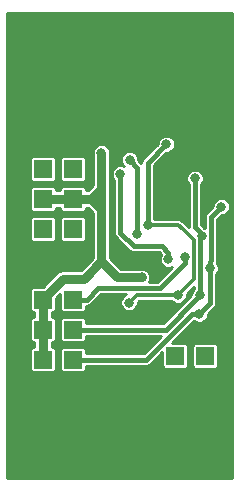
<source format=gbr>
G04 #@! TF.FileFunction,Copper,L1,Top,Signal*
%FSLAX46Y46*%
G04 Gerber Fmt 4.6, Leading zero omitted, Abs format (unit mm)*
G04 Created by KiCad (PCBNEW (2016-09-17 revision 679eef1)-makepkg) date 01/02/17 11:18:57*
%MOMM*%
%LPD*%
G01*
G04 APERTURE LIST*
%ADD10C,0.150000*%
%ADD11C,6.000000*%
%ADD12R,1.524000X1.524000*%
%ADD13C,0.800000*%
%ADD14C,0.200000*%
%ADD15C,0.400000*%
%ADD16C,0.800000*%
%ADD17C,0.300000*%
%ADD18C,0.254000*%
G04 APERTURE END LIST*
D10*
D11*
X15240000Y35560000D03*
X5080000Y35560000D03*
X5080000Y5080000D03*
X15240000Y5080000D03*
D12*
X6223000Y29337000D03*
X3683000Y29337000D03*
X6223000Y26797000D03*
X3683000Y26797000D03*
X3683000Y24257000D03*
X6223000Y24257000D03*
X6223000Y21717000D03*
X3683000Y21717000D03*
X3683000Y19177000D03*
X6223000Y19177000D03*
X6223000Y15748000D03*
X3683000Y15748000D03*
X3683000Y13208000D03*
X6223000Y13208000D03*
X6223000Y10668000D03*
X3683000Y10668000D03*
X14884400Y10972800D03*
X17424400Y10972800D03*
D13*
X13208002Y19304000D03*
X11836400Y12293600D03*
X2032000Y19202400D03*
X16560800Y12750800D03*
X17729200Y12700000D03*
X18999200Y12700000D03*
X19253200Y17018000D03*
X19253200Y17932400D03*
X18948400Y18999200D03*
X8331200Y32054800D03*
X11328400Y32004000D03*
X12192000Y8839200D03*
X18440400Y24790400D03*
X17729200Y24079200D03*
X17678400Y25247600D03*
X10617200Y19354800D03*
X8636000Y28194000D03*
X12039600Y17627600D03*
X10223602Y26390600D03*
X14310000Y19151600D03*
X11683994Y21336000D03*
X11023602Y27584400D03*
X15671988Y19389893D03*
X16967199Y16103600D03*
X17124873Y21155390D03*
X16560800Y26009600D03*
X18796000Y23622000D03*
X16916398Y14528800D03*
X17830800Y18389600D03*
X15112992Y16129000D03*
X10972800Y15494000D03*
X12552695Y22090121D03*
X14122400Y28905200D03*
D14*
X3683000Y19177000D02*
X2057400Y19177000D01*
X2057400Y19177000D02*
X2032000Y19202400D01*
X18999200Y12700000D02*
X17729200Y12700000D01*
X18948400Y18999200D02*
X18948400Y18237200D01*
X18948400Y18237200D02*
X19253200Y17932400D01*
X11328400Y32004000D02*
X8382000Y32004000D01*
X8382000Y32004000D02*
X8331200Y32054800D01*
D15*
X17678400Y25247600D02*
X17678400Y24130000D01*
X17678400Y24130000D02*
X17729200Y24079200D01*
D16*
X8636000Y25298400D02*
X8636000Y28194000D01*
X8636000Y24282400D02*
X8636000Y23215600D01*
X8636000Y23215600D02*
X8636000Y21031200D01*
X6223000Y24257000D02*
X7785000Y24257000D01*
X8636000Y23406000D02*
X8636000Y23215600D01*
X7785000Y24257000D02*
X8636000Y23406000D01*
X8636000Y25298400D02*
X8636000Y24282400D01*
X7785000Y24257000D02*
X8636000Y25108000D01*
X8636000Y25108000D02*
X8636000Y25298400D01*
X7785000Y24257000D02*
X7810400Y24282400D01*
X7810400Y24282400D02*
X8636000Y24282400D01*
X3683000Y24257000D02*
X6223000Y24257000D01*
X8636000Y21031200D02*
X8636000Y18985998D01*
X12039600Y17627600D02*
X9994398Y17627600D01*
X9994398Y17627600D02*
X8636000Y18985998D01*
X5384800Y17526000D02*
X7176002Y17526000D01*
X7176002Y17526000D02*
X8636000Y18985998D01*
X3683000Y15824200D02*
X5384800Y17526000D01*
X3683000Y15748000D02*
X3683000Y15824200D01*
X3683000Y13208000D02*
X3683000Y15748000D01*
X3683000Y10668000D02*
X3683000Y13208000D01*
D15*
X13758085Y20269200D02*
X11379200Y20269200D01*
X14310000Y19717285D02*
X13758085Y20269200D01*
X10223602Y25824915D02*
X10223602Y26390600D01*
X14310000Y19151600D02*
X14310000Y19717285D01*
X10223602Y21424798D02*
X10223602Y25824915D01*
X11379200Y20269200D02*
X10223602Y21424798D01*
X11023602Y27584400D02*
X11683994Y26924008D01*
X11683994Y21901685D02*
X11683994Y21336000D01*
X11683994Y26924008D02*
X11683994Y21901685D01*
X6223000Y15748000D02*
X7385000Y15748000D01*
X7385000Y15748000D02*
X8350200Y16713200D01*
X8350200Y16713200D02*
X13560980Y16713200D01*
X13560980Y16713200D02*
X15671988Y18824208D01*
X15671988Y18824208D02*
X15671988Y19389893D01*
X17221200Y21234400D02*
X17018000Y21031200D01*
X16567200Y15703601D02*
X16967199Y16103600D01*
X14071599Y13208000D02*
X16567200Y15703601D01*
X6223000Y13208000D02*
X14071599Y13208000D01*
X16967199Y16669285D02*
X16967199Y16103600D01*
X17018000Y21031200D02*
X17018000Y16720086D01*
X17018000Y16720086D02*
X16967199Y16669285D01*
X17142190Y21155390D02*
X17124873Y21155390D01*
X17221200Y21234400D02*
X17142190Y21155390D01*
X16560800Y26009600D02*
X16560800Y21894800D01*
X16560800Y21894800D02*
X17221200Y21234400D01*
X18396001Y23222001D02*
X18796000Y23622000D01*
X17932400Y22758400D02*
X18396001Y23222001D01*
X17830800Y18955285D02*
X17932400Y19056885D01*
X17830800Y18389600D02*
X17830800Y18955285D01*
X17932400Y19056885D02*
X17932400Y22758400D01*
X17830800Y18389600D02*
X17830800Y15443202D01*
X17830800Y15443202D02*
X17316397Y14928799D01*
X17316397Y14928799D02*
X16916398Y14528800D01*
X16350713Y14528800D02*
X16916398Y14528800D01*
X6223000Y10668000D02*
X12446000Y10668000D01*
X12446000Y10668000D02*
X16306800Y14528800D01*
X16306800Y14528800D02*
X16350713Y14528800D01*
D17*
X14547307Y16129000D02*
X15112992Y16129000D01*
X15512991Y16528999D02*
X15112992Y16129000D01*
X16459200Y20777200D02*
X16459200Y17475208D01*
X11607800Y16129000D02*
X14547307Y16129000D01*
X16459200Y17475208D02*
X15512991Y16528999D01*
X15544800Y21691600D02*
X16459200Y20777200D01*
X10972800Y15494000D02*
X11607800Y16129000D01*
X15544800Y21691600D02*
X15146279Y22090121D01*
X15544800Y21691600D02*
X16306800Y20929600D01*
X15146279Y22090121D02*
X12552695Y22090121D01*
D15*
X14122400Y28905200D02*
X12552695Y27335495D01*
X12552695Y27335495D02*
X12552695Y22090121D01*
D18*
G36*
X19664000Y656000D02*
X656000Y656000D01*
X656000Y22479000D01*
X2587594Y22479000D01*
X2587594Y20955000D01*
X2612973Y20827411D01*
X2685246Y20719246D01*
X2793411Y20646973D01*
X2921000Y20621594D01*
X4445000Y20621594D01*
X4572589Y20646973D01*
X4680754Y20719246D01*
X4753027Y20827411D01*
X4778406Y20955000D01*
X4778406Y22479000D01*
X5127594Y22479000D01*
X5127594Y20955000D01*
X5152973Y20827411D01*
X5225246Y20719246D01*
X5333411Y20646973D01*
X5461000Y20621594D01*
X6985000Y20621594D01*
X7112589Y20646973D01*
X7220754Y20719246D01*
X7293027Y20827411D01*
X7318406Y20955000D01*
X7318406Y22479000D01*
X7293027Y22606589D01*
X7220754Y22714754D01*
X7112589Y22787027D01*
X6985000Y22812406D01*
X5461000Y22812406D01*
X5333411Y22787027D01*
X5225246Y22714754D01*
X5152973Y22606589D01*
X5127594Y22479000D01*
X4778406Y22479000D01*
X4753027Y22606589D01*
X4680754Y22714754D01*
X4572589Y22787027D01*
X4445000Y22812406D01*
X2921000Y22812406D01*
X2793411Y22787027D01*
X2685246Y22714754D01*
X2612973Y22606589D01*
X2587594Y22479000D01*
X656000Y22479000D01*
X656000Y25019000D01*
X2587594Y25019000D01*
X2587594Y23495000D01*
X2612973Y23367411D01*
X2685246Y23259246D01*
X2793411Y23186973D01*
X2921000Y23161594D01*
X4445000Y23161594D01*
X4572589Y23186973D01*
X4680754Y23259246D01*
X4753027Y23367411D01*
X4778406Y23495000D01*
X4778406Y23530000D01*
X5127594Y23530000D01*
X5127594Y23495000D01*
X5152973Y23367411D01*
X5225246Y23259246D01*
X5333411Y23186973D01*
X5461000Y23161594D01*
X6985000Y23161594D01*
X7112589Y23186973D01*
X7220754Y23259246D01*
X7293027Y23367411D01*
X7318406Y23495000D01*
X7318406Y23530000D01*
X7483866Y23530000D01*
X7909000Y23104867D01*
X7909000Y19287132D01*
X6874868Y18253000D01*
X5384805Y18253000D01*
X5384800Y18253001D01*
X5152748Y18206842D01*
X5106589Y18197660D01*
X4870733Y18040067D01*
X4870731Y18040064D01*
X3674072Y16843406D01*
X2921000Y16843406D01*
X2793411Y16818027D01*
X2685246Y16745754D01*
X2612973Y16637589D01*
X2587594Y16510000D01*
X2587594Y14986000D01*
X2612973Y14858411D01*
X2685246Y14750246D01*
X2793411Y14677973D01*
X2921000Y14652594D01*
X2956000Y14652594D01*
X2956000Y14303406D01*
X2921000Y14303406D01*
X2793411Y14278027D01*
X2685246Y14205754D01*
X2612973Y14097589D01*
X2587594Y13970000D01*
X2587594Y12446000D01*
X2612973Y12318411D01*
X2685246Y12210246D01*
X2793411Y12137973D01*
X2921000Y12112594D01*
X2956000Y12112594D01*
X2956000Y11763406D01*
X2921000Y11763406D01*
X2793411Y11738027D01*
X2685246Y11665754D01*
X2612973Y11557589D01*
X2587594Y11430000D01*
X2587594Y9906000D01*
X2612973Y9778411D01*
X2685246Y9670246D01*
X2793411Y9597973D01*
X2921000Y9572594D01*
X4445000Y9572594D01*
X4572589Y9597973D01*
X4680754Y9670246D01*
X4753027Y9778411D01*
X4778406Y9906000D01*
X4778406Y11430000D01*
X4753027Y11557589D01*
X4680754Y11665754D01*
X4572589Y11738027D01*
X4445000Y11763406D01*
X4410000Y11763406D01*
X4410000Y12112594D01*
X4445000Y12112594D01*
X4572589Y12137973D01*
X4680754Y12210246D01*
X4753027Y12318411D01*
X4778406Y12446000D01*
X4778406Y13970000D01*
X4753027Y14097589D01*
X4680754Y14205754D01*
X4572589Y14278027D01*
X4445000Y14303406D01*
X4410000Y14303406D01*
X4410000Y14652594D01*
X4445000Y14652594D01*
X4572589Y14677973D01*
X4680754Y14750246D01*
X4753027Y14858411D01*
X4778406Y14986000D01*
X4778406Y15891472D01*
X5127594Y16240661D01*
X5127594Y14986000D01*
X5152973Y14858411D01*
X5225246Y14750246D01*
X5333411Y14677973D01*
X5461000Y14652594D01*
X6985000Y14652594D01*
X7112589Y14677973D01*
X7220754Y14750246D01*
X7293027Y14858411D01*
X7318406Y14986000D01*
X7318406Y15221000D01*
X7385000Y15221000D01*
X7586675Y15261115D01*
X7757645Y15375355D01*
X8568490Y16186200D01*
X10744298Y16186200D01*
X10561525Y16110680D01*
X10356839Y15906350D01*
X10245926Y15639244D01*
X10245674Y15350025D01*
X10356120Y15082725D01*
X10560450Y14878039D01*
X10827556Y14767126D01*
X11116775Y14766874D01*
X11384075Y14877320D01*
X11588761Y15081650D01*
X11699674Y15348756D01*
X11699846Y15546466D01*
X11805380Y15652000D01*
X14561923Y15652000D01*
X14700642Y15513039D01*
X14967748Y15402126D01*
X15256967Y15401874D01*
X15524267Y15512320D01*
X15728953Y15716650D01*
X15839866Y15983756D01*
X15840038Y16181466D01*
X16468093Y16809521D01*
X16466000Y16798999D01*
X16440199Y16669285D01*
X16440199Y16604756D01*
X16351238Y16515950D01*
X16240325Y16248844D01*
X16240214Y16121905D01*
X13853309Y13735000D01*
X7318406Y13735000D01*
X7318406Y13970000D01*
X7293027Y14097589D01*
X7220754Y14205754D01*
X7112589Y14278027D01*
X6985000Y14303406D01*
X5461000Y14303406D01*
X5333411Y14278027D01*
X5225246Y14205754D01*
X5152973Y14097589D01*
X5127594Y13970000D01*
X5127594Y12446000D01*
X5152973Y12318411D01*
X5225246Y12210246D01*
X5333411Y12137973D01*
X5461000Y12112594D01*
X6985000Y12112594D01*
X7112589Y12137973D01*
X7220754Y12210246D01*
X7293027Y12318411D01*
X7318406Y12446000D01*
X7318406Y12681000D01*
X13713710Y12681000D01*
X12227710Y11195000D01*
X7318406Y11195000D01*
X7318406Y11430000D01*
X7293027Y11557589D01*
X7220754Y11665754D01*
X7112589Y11738027D01*
X6985000Y11763406D01*
X5461000Y11763406D01*
X5333411Y11738027D01*
X5225246Y11665754D01*
X5152973Y11557589D01*
X5127594Y11430000D01*
X5127594Y9906000D01*
X5152973Y9778411D01*
X5225246Y9670246D01*
X5333411Y9597973D01*
X5461000Y9572594D01*
X6985000Y9572594D01*
X7112589Y9597973D01*
X7220754Y9670246D01*
X7293027Y9778411D01*
X7318406Y9906000D01*
X7318406Y10141000D01*
X12446000Y10141000D01*
X12647675Y10181115D01*
X12818645Y10295355D01*
X13788994Y11265704D01*
X13788994Y10210800D01*
X13814373Y10083211D01*
X13886646Y9975046D01*
X13994811Y9902773D01*
X14122400Y9877394D01*
X15646400Y9877394D01*
X15773989Y9902773D01*
X15882154Y9975046D01*
X15954427Y10083211D01*
X15979806Y10210800D01*
X15979806Y11734800D01*
X16328994Y11734800D01*
X16328994Y10210800D01*
X16354373Y10083211D01*
X16426646Y9975046D01*
X16534811Y9902773D01*
X16662400Y9877394D01*
X18186400Y9877394D01*
X18313989Y9902773D01*
X18422154Y9975046D01*
X18494427Y10083211D01*
X18519806Y10210800D01*
X18519806Y11734800D01*
X18494427Y11862389D01*
X18422154Y11970554D01*
X18313989Y12042827D01*
X18186400Y12068206D01*
X16662400Y12068206D01*
X16534811Y12042827D01*
X16426646Y11970554D01*
X16354373Y11862389D01*
X16328994Y11734800D01*
X15979806Y11734800D01*
X15954427Y11862389D01*
X15882154Y11970554D01*
X15773989Y12042827D01*
X15646400Y12068206D01*
X14591496Y12068206D01*
X16470118Y13946828D01*
X16504048Y13912839D01*
X16771154Y13801926D01*
X17060373Y13801674D01*
X17327673Y13912120D01*
X17532359Y14116450D01*
X17643272Y14383556D01*
X17643383Y14510495D01*
X18203445Y15070557D01*
X18317685Y15241528D01*
X18357800Y15443202D01*
X18357800Y17888444D01*
X18446761Y17977250D01*
X18557674Y18244356D01*
X18557926Y18533575D01*
X18447480Y18800875D01*
X18408842Y18839581D01*
X18419285Y18855210D01*
X18459400Y19056885D01*
X18459400Y22540110D01*
X18814274Y22894984D01*
X18939975Y22894874D01*
X19207275Y23005320D01*
X19411961Y23209650D01*
X19522874Y23476756D01*
X19523126Y23765975D01*
X19412680Y24033275D01*
X19208350Y24237961D01*
X18941244Y24348874D01*
X18652025Y24349126D01*
X18384725Y24238680D01*
X18180039Y24034350D01*
X18069126Y23767244D01*
X18069015Y23640305D01*
X17559755Y23131045D01*
X17445515Y22960075D01*
X17445515Y22960074D01*
X17405400Y22758400D01*
X17405400Y21826089D01*
X17353073Y21847817D01*
X17087800Y22113090D01*
X17087800Y25508444D01*
X17176761Y25597250D01*
X17287674Y25864356D01*
X17287926Y26153575D01*
X17177480Y26420875D01*
X16973150Y26625561D01*
X16706044Y26736474D01*
X16416825Y26736726D01*
X16149525Y26626280D01*
X15944839Y26421950D01*
X15833926Y26154844D01*
X15833674Y25865625D01*
X15944120Y25598325D01*
X16033800Y25508489D01*
X16033800Y21894800D01*
X16038175Y21872805D01*
X15483569Y22427411D01*
X15328819Y22530812D01*
X15146279Y22567121D01*
X13103764Y22567121D01*
X13079695Y22591232D01*
X13079695Y27117205D01*
X14140674Y28178184D01*
X14266375Y28178074D01*
X14533675Y28288520D01*
X14738361Y28492850D01*
X14849274Y28759956D01*
X14849526Y29049175D01*
X14739080Y29316475D01*
X14534750Y29521161D01*
X14267644Y29632074D01*
X13978425Y29632326D01*
X13711125Y29521880D01*
X13506439Y29317550D01*
X13395526Y29050444D01*
X13395415Y28923505D01*
X12180050Y27708140D01*
X12065810Y27537170D01*
X12025695Y27335495D01*
X12025695Y27327598D01*
X11750618Y27602674D01*
X11750728Y27728375D01*
X11640282Y27995675D01*
X11435952Y28200361D01*
X11168846Y28311274D01*
X10879627Y28311526D01*
X10612327Y28201080D01*
X10407641Y27996750D01*
X10296728Y27729644D01*
X10296476Y27440425D01*
X10406922Y27173125D01*
X10528766Y27051069D01*
X10368846Y27117474D01*
X10079627Y27117726D01*
X9812327Y27007280D01*
X9607641Y26802950D01*
X9496728Y26535844D01*
X9496476Y26246625D01*
X9606922Y25979325D01*
X9696602Y25889489D01*
X9696602Y21424798D01*
X9736717Y21223123D01*
X9850957Y21052153D01*
X11006554Y19896555D01*
X11120794Y19820222D01*
X11177526Y19782315D01*
X11379200Y19742200D01*
X13539795Y19742200D01*
X13706052Y19575942D01*
X13694039Y19563950D01*
X13583126Y19296844D01*
X13582874Y19007625D01*
X13693320Y18740325D01*
X13897650Y18535639D01*
X14164756Y18424726D01*
X14453975Y18424474D01*
X14578358Y18475868D01*
X13342690Y17240200D01*
X12665921Y17240200D01*
X12766474Y17482356D01*
X12766726Y17771575D01*
X12656280Y18038875D01*
X12451950Y18243561D01*
X12184844Y18354474D01*
X11895625Y18354726D01*
X11895320Y18354600D01*
X10295532Y18354600D01*
X9363000Y19287132D01*
X9363000Y23405995D01*
X9363001Y23406000D01*
X9363000Y23406005D01*
X9363000Y25107995D01*
X9363001Y25108000D01*
X9363000Y25108005D01*
X9363000Y28193366D01*
X9363126Y28337975D01*
X9252680Y28605275D01*
X9048350Y28809961D01*
X8781244Y28920874D01*
X8492025Y28921126D01*
X8224725Y28810680D01*
X8020039Y28606350D01*
X7909126Y28339244D01*
X7908874Y28050025D01*
X7909000Y28049720D01*
X7909000Y25409133D01*
X7483866Y24984000D01*
X7318406Y24984000D01*
X7318406Y25019000D01*
X7293027Y25146589D01*
X7220754Y25254754D01*
X7112589Y25327027D01*
X6985000Y25352406D01*
X5461000Y25352406D01*
X5333411Y25327027D01*
X5225246Y25254754D01*
X5152973Y25146589D01*
X5127594Y25019000D01*
X5127594Y24984000D01*
X4778406Y24984000D01*
X4778406Y25019000D01*
X4753027Y25146589D01*
X4680754Y25254754D01*
X4572589Y25327027D01*
X4445000Y25352406D01*
X2921000Y25352406D01*
X2793411Y25327027D01*
X2685246Y25254754D01*
X2612973Y25146589D01*
X2587594Y25019000D01*
X656000Y25019000D01*
X656000Y27559000D01*
X2587594Y27559000D01*
X2587594Y26035000D01*
X2612973Y25907411D01*
X2685246Y25799246D01*
X2793411Y25726973D01*
X2921000Y25701594D01*
X4445000Y25701594D01*
X4572589Y25726973D01*
X4680754Y25799246D01*
X4753027Y25907411D01*
X4778406Y26035000D01*
X4778406Y27559000D01*
X5127594Y27559000D01*
X5127594Y26035000D01*
X5152973Y25907411D01*
X5225246Y25799246D01*
X5333411Y25726973D01*
X5461000Y25701594D01*
X6985000Y25701594D01*
X7112589Y25726973D01*
X7220754Y25799246D01*
X7293027Y25907411D01*
X7318406Y26035000D01*
X7318406Y27559000D01*
X7293027Y27686589D01*
X7220754Y27794754D01*
X7112589Y27867027D01*
X6985000Y27892406D01*
X5461000Y27892406D01*
X5333411Y27867027D01*
X5225246Y27794754D01*
X5152973Y27686589D01*
X5127594Y27559000D01*
X4778406Y27559000D01*
X4753027Y27686589D01*
X4680754Y27794754D01*
X4572589Y27867027D01*
X4445000Y27892406D01*
X2921000Y27892406D01*
X2793411Y27867027D01*
X2685246Y27794754D01*
X2612973Y27686589D01*
X2587594Y27559000D01*
X656000Y27559000D01*
X656000Y39984000D01*
X19664000Y39984000D01*
X19664000Y656000D01*
X19664000Y656000D01*
G37*
X19664000Y656000D02*
X656000Y656000D01*
X656000Y22479000D01*
X2587594Y22479000D01*
X2587594Y20955000D01*
X2612973Y20827411D01*
X2685246Y20719246D01*
X2793411Y20646973D01*
X2921000Y20621594D01*
X4445000Y20621594D01*
X4572589Y20646973D01*
X4680754Y20719246D01*
X4753027Y20827411D01*
X4778406Y20955000D01*
X4778406Y22479000D01*
X5127594Y22479000D01*
X5127594Y20955000D01*
X5152973Y20827411D01*
X5225246Y20719246D01*
X5333411Y20646973D01*
X5461000Y20621594D01*
X6985000Y20621594D01*
X7112589Y20646973D01*
X7220754Y20719246D01*
X7293027Y20827411D01*
X7318406Y20955000D01*
X7318406Y22479000D01*
X7293027Y22606589D01*
X7220754Y22714754D01*
X7112589Y22787027D01*
X6985000Y22812406D01*
X5461000Y22812406D01*
X5333411Y22787027D01*
X5225246Y22714754D01*
X5152973Y22606589D01*
X5127594Y22479000D01*
X4778406Y22479000D01*
X4753027Y22606589D01*
X4680754Y22714754D01*
X4572589Y22787027D01*
X4445000Y22812406D01*
X2921000Y22812406D01*
X2793411Y22787027D01*
X2685246Y22714754D01*
X2612973Y22606589D01*
X2587594Y22479000D01*
X656000Y22479000D01*
X656000Y25019000D01*
X2587594Y25019000D01*
X2587594Y23495000D01*
X2612973Y23367411D01*
X2685246Y23259246D01*
X2793411Y23186973D01*
X2921000Y23161594D01*
X4445000Y23161594D01*
X4572589Y23186973D01*
X4680754Y23259246D01*
X4753027Y23367411D01*
X4778406Y23495000D01*
X4778406Y23530000D01*
X5127594Y23530000D01*
X5127594Y23495000D01*
X5152973Y23367411D01*
X5225246Y23259246D01*
X5333411Y23186973D01*
X5461000Y23161594D01*
X6985000Y23161594D01*
X7112589Y23186973D01*
X7220754Y23259246D01*
X7293027Y23367411D01*
X7318406Y23495000D01*
X7318406Y23530000D01*
X7483866Y23530000D01*
X7909000Y23104867D01*
X7909000Y19287132D01*
X6874868Y18253000D01*
X5384805Y18253000D01*
X5384800Y18253001D01*
X5152748Y18206842D01*
X5106589Y18197660D01*
X4870733Y18040067D01*
X4870731Y18040064D01*
X3674072Y16843406D01*
X2921000Y16843406D01*
X2793411Y16818027D01*
X2685246Y16745754D01*
X2612973Y16637589D01*
X2587594Y16510000D01*
X2587594Y14986000D01*
X2612973Y14858411D01*
X2685246Y14750246D01*
X2793411Y14677973D01*
X2921000Y14652594D01*
X2956000Y14652594D01*
X2956000Y14303406D01*
X2921000Y14303406D01*
X2793411Y14278027D01*
X2685246Y14205754D01*
X2612973Y14097589D01*
X2587594Y13970000D01*
X2587594Y12446000D01*
X2612973Y12318411D01*
X2685246Y12210246D01*
X2793411Y12137973D01*
X2921000Y12112594D01*
X2956000Y12112594D01*
X2956000Y11763406D01*
X2921000Y11763406D01*
X2793411Y11738027D01*
X2685246Y11665754D01*
X2612973Y11557589D01*
X2587594Y11430000D01*
X2587594Y9906000D01*
X2612973Y9778411D01*
X2685246Y9670246D01*
X2793411Y9597973D01*
X2921000Y9572594D01*
X4445000Y9572594D01*
X4572589Y9597973D01*
X4680754Y9670246D01*
X4753027Y9778411D01*
X4778406Y9906000D01*
X4778406Y11430000D01*
X4753027Y11557589D01*
X4680754Y11665754D01*
X4572589Y11738027D01*
X4445000Y11763406D01*
X4410000Y11763406D01*
X4410000Y12112594D01*
X4445000Y12112594D01*
X4572589Y12137973D01*
X4680754Y12210246D01*
X4753027Y12318411D01*
X4778406Y12446000D01*
X4778406Y13970000D01*
X4753027Y14097589D01*
X4680754Y14205754D01*
X4572589Y14278027D01*
X4445000Y14303406D01*
X4410000Y14303406D01*
X4410000Y14652594D01*
X4445000Y14652594D01*
X4572589Y14677973D01*
X4680754Y14750246D01*
X4753027Y14858411D01*
X4778406Y14986000D01*
X4778406Y15891472D01*
X5127594Y16240661D01*
X5127594Y14986000D01*
X5152973Y14858411D01*
X5225246Y14750246D01*
X5333411Y14677973D01*
X5461000Y14652594D01*
X6985000Y14652594D01*
X7112589Y14677973D01*
X7220754Y14750246D01*
X7293027Y14858411D01*
X7318406Y14986000D01*
X7318406Y15221000D01*
X7385000Y15221000D01*
X7586675Y15261115D01*
X7757645Y15375355D01*
X8568490Y16186200D01*
X10744298Y16186200D01*
X10561525Y16110680D01*
X10356839Y15906350D01*
X10245926Y15639244D01*
X10245674Y15350025D01*
X10356120Y15082725D01*
X10560450Y14878039D01*
X10827556Y14767126D01*
X11116775Y14766874D01*
X11384075Y14877320D01*
X11588761Y15081650D01*
X11699674Y15348756D01*
X11699846Y15546466D01*
X11805380Y15652000D01*
X14561923Y15652000D01*
X14700642Y15513039D01*
X14967748Y15402126D01*
X15256967Y15401874D01*
X15524267Y15512320D01*
X15728953Y15716650D01*
X15839866Y15983756D01*
X15840038Y16181466D01*
X16468093Y16809521D01*
X16466000Y16798999D01*
X16440199Y16669285D01*
X16440199Y16604756D01*
X16351238Y16515950D01*
X16240325Y16248844D01*
X16240214Y16121905D01*
X13853309Y13735000D01*
X7318406Y13735000D01*
X7318406Y13970000D01*
X7293027Y14097589D01*
X7220754Y14205754D01*
X7112589Y14278027D01*
X6985000Y14303406D01*
X5461000Y14303406D01*
X5333411Y14278027D01*
X5225246Y14205754D01*
X5152973Y14097589D01*
X5127594Y13970000D01*
X5127594Y12446000D01*
X5152973Y12318411D01*
X5225246Y12210246D01*
X5333411Y12137973D01*
X5461000Y12112594D01*
X6985000Y12112594D01*
X7112589Y12137973D01*
X7220754Y12210246D01*
X7293027Y12318411D01*
X7318406Y12446000D01*
X7318406Y12681000D01*
X13713710Y12681000D01*
X12227710Y11195000D01*
X7318406Y11195000D01*
X7318406Y11430000D01*
X7293027Y11557589D01*
X7220754Y11665754D01*
X7112589Y11738027D01*
X6985000Y11763406D01*
X5461000Y11763406D01*
X5333411Y11738027D01*
X5225246Y11665754D01*
X5152973Y11557589D01*
X5127594Y11430000D01*
X5127594Y9906000D01*
X5152973Y9778411D01*
X5225246Y9670246D01*
X5333411Y9597973D01*
X5461000Y9572594D01*
X6985000Y9572594D01*
X7112589Y9597973D01*
X7220754Y9670246D01*
X7293027Y9778411D01*
X7318406Y9906000D01*
X7318406Y10141000D01*
X12446000Y10141000D01*
X12647675Y10181115D01*
X12818645Y10295355D01*
X13788994Y11265704D01*
X13788994Y10210800D01*
X13814373Y10083211D01*
X13886646Y9975046D01*
X13994811Y9902773D01*
X14122400Y9877394D01*
X15646400Y9877394D01*
X15773989Y9902773D01*
X15882154Y9975046D01*
X15954427Y10083211D01*
X15979806Y10210800D01*
X15979806Y11734800D01*
X16328994Y11734800D01*
X16328994Y10210800D01*
X16354373Y10083211D01*
X16426646Y9975046D01*
X16534811Y9902773D01*
X16662400Y9877394D01*
X18186400Y9877394D01*
X18313989Y9902773D01*
X18422154Y9975046D01*
X18494427Y10083211D01*
X18519806Y10210800D01*
X18519806Y11734800D01*
X18494427Y11862389D01*
X18422154Y11970554D01*
X18313989Y12042827D01*
X18186400Y12068206D01*
X16662400Y12068206D01*
X16534811Y12042827D01*
X16426646Y11970554D01*
X16354373Y11862389D01*
X16328994Y11734800D01*
X15979806Y11734800D01*
X15954427Y11862389D01*
X15882154Y11970554D01*
X15773989Y12042827D01*
X15646400Y12068206D01*
X14591496Y12068206D01*
X16470118Y13946828D01*
X16504048Y13912839D01*
X16771154Y13801926D01*
X17060373Y13801674D01*
X17327673Y13912120D01*
X17532359Y14116450D01*
X17643272Y14383556D01*
X17643383Y14510495D01*
X18203445Y15070557D01*
X18317685Y15241528D01*
X18357800Y15443202D01*
X18357800Y17888444D01*
X18446761Y17977250D01*
X18557674Y18244356D01*
X18557926Y18533575D01*
X18447480Y18800875D01*
X18408842Y18839581D01*
X18419285Y18855210D01*
X18459400Y19056885D01*
X18459400Y22540110D01*
X18814274Y22894984D01*
X18939975Y22894874D01*
X19207275Y23005320D01*
X19411961Y23209650D01*
X19522874Y23476756D01*
X19523126Y23765975D01*
X19412680Y24033275D01*
X19208350Y24237961D01*
X18941244Y24348874D01*
X18652025Y24349126D01*
X18384725Y24238680D01*
X18180039Y24034350D01*
X18069126Y23767244D01*
X18069015Y23640305D01*
X17559755Y23131045D01*
X17445515Y22960075D01*
X17445515Y22960074D01*
X17405400Y22758400D01*
X17405400Y21826089D01*
X17353073Y21847817D01*
X17087800Y22113090D01*
X17087800Y25508444D01*
X17176761Y25597250D01*
X17287674Y25864356D01*
X17287926Y26153575D01*
X17177480Y26420875D01*
X16973150Y26625561D01*
X16706044Y26736474D01*
X16416825Y26736726D01*
X16149525Y26626280D01*
X15944839Y26421950D01*
X15833926Y26154844D01*
X15833674Y25865625D01*
X15944120Y25598325D01*
X16033800Y25508489D01*
X16033800Y21894800D01*
X16038175Y21872805D01*
X15483569Y22427411D01*
X15328819Y22530812D01*
X15146279Y22567121D01*
X13103764Y22567121D01*
X13079695Y22591232D01*
X13079695Y27117205D01*
X14140674Y28178184D01*
X14266375Y28178074D01*
X14533675Y28288520D01*
X14738361Y28492850D01*
X14849274Y28759956D01*
X14849526Y29049175D01*
X14739080Y29316475D01*
X14534750Y29521161D01*
X14267644Y29632074D01*
X13978425Y29632326D01*
X13711125Y29521880D01*
X13506439Y29317550D01*
X13395526Y29050444D01*
X13395415Y28923505D01*
X12180050Y27708140D01*
X12065810Y27537170D01*
X12025695Y27335495D01*
X12025695Y27327598D01*
X11750618Y27602674D01*
X11750728Y27728375D01*
X11640282Y27995675D01*
X11435952Y28200361D01*
X11168846Y28311274D01*
X10879627Y28311526D01*
X10612327Y28201080D01*
X10407641Y27996750D01*
X10296728Y27729644D01*
X10296476Y27440425D01*
X10406922Y27173125D01*
X10528766Y27051069D01*
X10368846Y27117474D01*
X10079627Y27117726D01*
X9812327Y27007280D01*
X9607641Y26802950D01*
X9496728Y26535844D01*
X9496476Y26246625D01*
X9606922Y25979325D01*
X9696602Y25889489D01*
X9696602Y21424798D01*
X9736717Y21223123D01*
X9850957Y21052153D01*
X11006554Y19896555D01*
X11120794Y19820222D01*
X11177526Y19782315D01*
X11379200Y19742200D01*
X13539795Y19742200D01*
X13706052Y19575942D01*
X13694039Y19563950D01*
X13583126Y19296844D01*
X13582874Y19007625D01*
X13693320Y18740325D01*
X13897650Y18535639D01*
X14164756Y18424726D01*
X14453975Y18424474D01*
X14578358Y18475868D01*
X13342690Y17240200D01*
X12665921Y17240200D01*
X12766474Y17482356D01*
X12766726Y17771575D01*
X12656280Y18038875D01*
X12451950Y18243561D01*
X12184844Y18354474D01*
X11895625Y18354726D01*
X11895320Y18354600D01*
X10295532Y18354600D01*
X9363000Y19287132D01*
X9363000Y23405995D01*
X9363001Y23406000D01*
X9363000Y23406005D01*
X9363000Y25107995D01*
X9363001Y25108000D01*
X9363000Y25108005D01*
X9363000Y28193366D01*
X9363126Y28337975D01*
X9252680Y28605275D01*
X9048350Y28809961D01*
X8781244Y28920874D01*
X8492025Y28921126D01*
X8224725Y28810680D01*
X8020039Y28606350D01*
X7909126Y28339244D01*
X7908874Y28050025D01*
X7909000Y28049720D01*
X7909000Y25409133D01*
X7483866Y24984000D01*
X7318406Y24984000D01*
X7318406Y25019000D01*
X7293027Y25146589D01*
X7220754Y25254754D01*
X7112589Y25327027D01*
X6985000Y25352406D01*
X5461000Y25352406D01*
X5333411Y25327027D01*
X5225246Y25254754D01*
X5152973Y25146589D01*
X5127594Y25019000D01*
X5127594Y24984000D01*
X4778406Y24984000D01*
X4778406Y25019000D01*
X4753027Y25146589D01*
X4680754Y25254754D01*
X4572589Y25327027D01*
X4445000Y25352406D01*
X2921000Y25352406D01*
X2793411Y25327027D01*
X2685246Y25254754D01*
X2612973Y25146589D01*
X2587594Y25019000D01*
X656000Y25019000D01*
X656000Y27559000D01*
X2587594Y27559000D01*
X2587594Y26035000D01*
X2612973Y25907411D01*
X2685246Y25799246D01*
X2793411Y25726973D01*
X2921000Y25701594D01*
X4445000Y25701594D01*
X4572589Y25726973D01*
X4680754Y25799246D01*
X4753027Y25907411D01*
X4778406Y26035000D01*
X4778406Y27559000D01*
X5127594Y27559000D01*
X5127594Y26035000D01*
X5152973Y25907411D01*
X5225246Y25799246D01*
X5333411Y25726973D01*
X5461000Y25701594D01*
X6985000Y25701594D01*
X7112589Y25726973D01*
X7220754Y25799246D01*
X7293027Y25907411D01*
X7318406Y26035000D01*
X7318406Y27559000D01*
X7293027Y27686589D01*
X7220754Y27794754D01*
X7112589Y27867027D01*
X6985000Y27892406D01*
X5461000Y27892406D01*
X5333411Y27867027D01*
X5225246Y27794754D01*
X5152973Y27686589D01*
X5127594Y27559000D01*
X4778406Y27559000D01*
X4753027Y27686589D01*
X4680754Y27794754D01*
X4572589Y27867027D01*
X4445000Y27892406D01*
X2921000Y27892406D01*
X2793411Y27867027D01*
X2685246Y27794754D01*
X2612973Y27686589D01*
X2587594Y27559000D01*
X656000Y27559000D01*
X656000Y39984000D01*
X19664000Y39984000D01*
X19664000Y656000D01*
M02*

</source>
